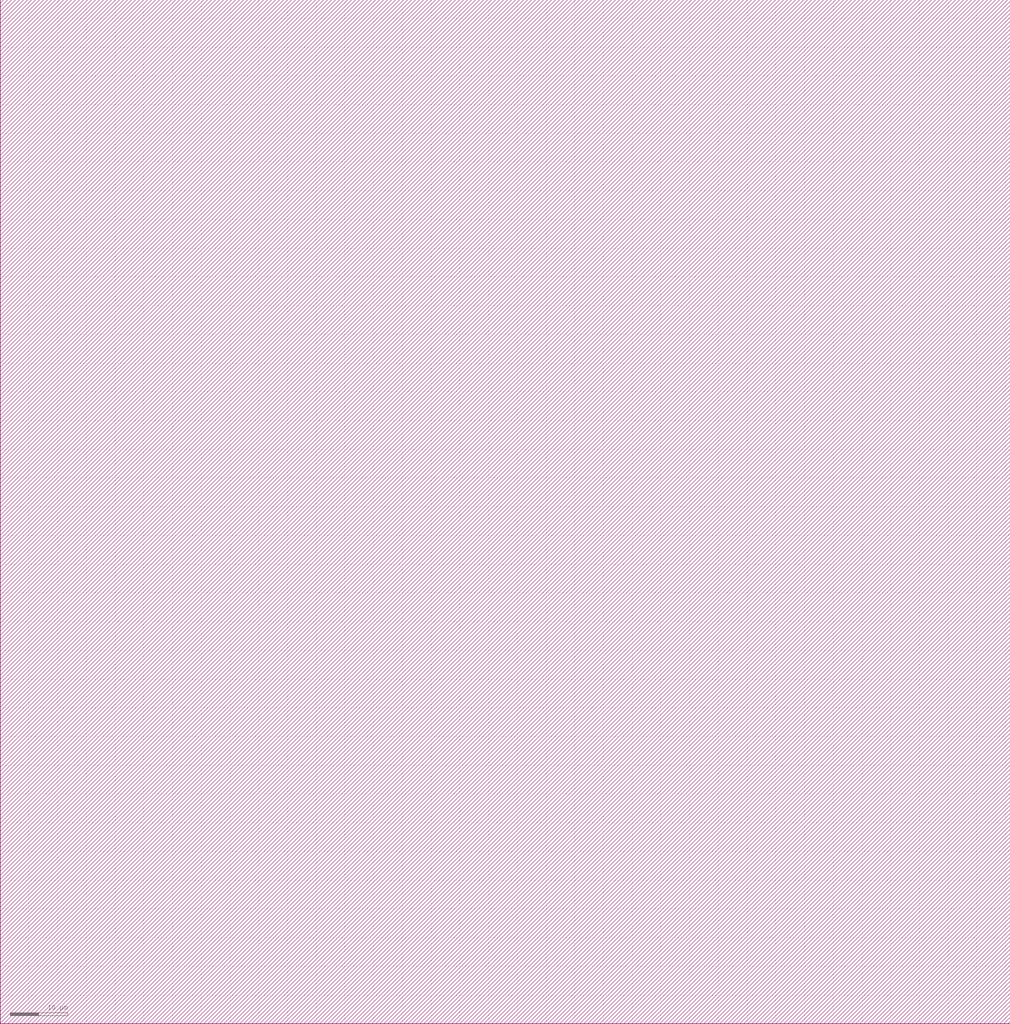
<source format=lef>
VERSION 5.6 ;

BUSBITCHARS "[]" ;

DIVIDERCHAR "/" ;

UNITS
    DATABASE MICRONS 1000 ;
END UNITS

MANUFACTURINGGRID 0.005000 ; 

CLEARANCEMEASURE EUCLIDEAN ; 

USEMINSPACING OBS ON ; 

SITE CoreSite
    CLASS CORE ;
    SIZE 0.600000 BY 0.300000 ;
END CoreSite

LAYER li1
   TYPE ROUTING ;
   DIRECTION VERTICAL ;
   MINWIDTH 0.300000 ;
   AREA 0.056250 ;
   WIDTH 0.300000 ;
   SPACINGTABLE
      PARALLELRUNLENGTH 0.0
      WIDTH 0.0 0.225000 ;
   PITCH 0.600000 0.600000 ;
END li1

LAYER mcon
    TYPE CUT ;
    SPACING 0.225000 ;
    WIDTH 0.300000 ;
    ENCLOSURE ABOVE 0.075000 0.075000 ;
    ENCLOSURE BELOW 0.000000 0.000000 ;
END mcon

LAYER met1
   TYPE ROUTING ;
   DIRECTION HORIZONTAL ;
   MINWIDTH 0.150000 ;
   AREA 0.084375 ;
   WIDTH 0.150000 ;
   SPACINGTABLE
      PARALLELRUNLENGTH 0.0
      WIDTH 0.0 0.150000 ;
   PITCH 0.300000 0.300000 ;
END met1

LAYER v1
    TYPE CUT ;
    SPACING 0.075000 ;
    WIDTH 0.300000 ;
    ENCLOSURE ABOVE 0.075000 0.075000 ;
    ENCLOSURE BELOW 0.075000 0.075000 ;
END v1

LAYER met2
   TYPE ROUTING ;
   DIRECTION VERTICAL ;
   MINWIDTH 0.150000 ;
   AREA 0.073125 ;
   WIDTH 0.150000 ;
   SPACINGTABLE
      PARALLELRUNLENGTH 0.0
      WIDTH 0.0 0.150000 ;
   PITCH 0.300000 0.300000 ;
END met2

LAYER v2
    TYPE CUT ;
    SPACING 0.150000 ;
    WIDTH 0.300000 ;
    ENCLOSURE ABOVE 0.075000 0.075000 ;
    ENCLOSURE BELOW 0.075000 0.000000 ;
END v2

LAYER met3
   TYPE ROUTING ;
   DIRECTION HORIZONTAL ;
   MINWIDTH 0.300000 ;
   AREA 0.241875 ;
   WIDTH 0.300000 ;
   SPACINGTABLE
      PARALLELRUNLENGTH 0.0
      WIDTH 0.0 0.300000 ;
   PITCH 0.600000 0.600000 ;
END met3

LAYER v3
    TYPE CUT ;
    SPACING 0.150000 ;
    WIDTH 0.450000 ;
    ENCLOSURE ABOVE 0.075000 0.075000 ;
    ENCLOSURE BELOW 0.075000 0.000000 ;
END v3

LAYER met4
   TYPE ROUTING ;
   DIRECTION VERTICAL ;
   MINWIDTH 0.300000 ;
   AREA 0.241875 ;
   WIDTH 0.300000 ;
   SPACINGTABLE
      PARALLELRUNLENGTH 0.0
      WIDTH 0.0 0.300000 ;
   PITCH 0.600000 0.600000 ;
END met4

LAYER v4
    TYPE CUT ;
    SPACING 0.450000 ;
    WIDTH 1.200000 ;
    ENCLOSURE ABOVE 0.150000 0.150000 ;
    ENCLOSURE BELOW 0.000000 0.000000 ;
END v4

LAYER met5
   TYPE ROUTING ;
   DIRECTION HORIZONTAL ;
   MINWIDTH 1.650000 ;
   AREA 4.005000 ;
   WIDTH 1.650000 ;
   SPACINGTABLE
      PARALLELRUNLENGTH 0.0
      WIDTH 0.0 1.650000 ;
   PITCH 3.300000 3.300000 ;
END met5

LAYER OVERLAP
   TYPE OVERLAP ;
END OVERLAP

VIA mcon_C DEFAULT
   LAYER li1 ;
     RECT -0.150000 -0.150000 0.150000 0.150000 ;
   LAYER mcon ;
     RECT -0.150000 -0.150000 0.150000 0.150000 ;
   LAYER met1 ;
     RECT -0.225000 -0.225000 0.225000 0.225000 ;
END mcon_C

VIA v1_C DEFAULT
   LAYER met1 ;
     RECT -0.225000 -0.225000 0.225000 0.225000 ;
   LAYER v1 ;
     RECT -0.150000 -0.150000 0.150000 0.150000 ;
   LAYER met2 ;
     RECT -0.225000 -0.225000 0.225000 0.225000 ;
END v1_C

VIA v2_C DEFAULT
   LAYER met2 ;
     RECT -0.150000 -0.225000 0.150000 0.225000 ;
   LAYER v2 ;
     RECT -0.150000 -0.150000 0.150000 0.150000 ;
   LAYER met3 ;
     RECT -0.225000 -0.225000 0.225000 0.225000 ;
END v2_C

VIA v2_Ch
   LAYER met2 ;
     RECT -0.225000 -0.150000 0.225000 0.150000 ;
   LAYER v2 ;
     RECT -0.150000 -0.150000 0.150000 0.150000 ;
   LAYER met3 ;
     RECT -0.225000 -0.225000 0.225000 0.225000 ;
END v2_Ch

VIA v2_Cv
   LAYER met2 ;
     RECT -0.150000 -0.225000 0.150000 0.225000 ;
   LAYER v2 ;
     RECT -0.150000 -0.150000 0.150000 0.150000 ;
   LAYER met3 ;
     RECT -0.225000 -0.225000 0.225000 0.225000 ;
END v2_Cv

VIA v3_C DEFAULT
   LAYER met3 ;
     RECT -0.300000 -0.225000 0.300000 0.225000 ;
   LAYER v3 ;
     RECT -0.225000 -0.225000 0.225000 0.225000 ;
   LAYER met4 ;
     RECT -0.300000 -0.300000 0.300000 0.300000 ;
END v3_C

VIA v3_Ch
   LAYER met3 ;
     RECT -0.300000 -0.225000 0.300000 0.225000 ;
   LAYER v3 ;
     RECT -0.225000 -0.225000 0.225000 0.225000 ;
   LAYER met4 ;
     RECT -0.300000 -0.300000 0.300000 0.300000 ;
END v3_Ch

VIA v3_Cv
   LAYER met3 ;
     RECT -0.300000 -0.225000 0.300000 0.225000 ;
   LAYER v3 ;
     RECT -0.225000 -0.225000 0.225000 0.225000 ;
   LAYER met4 ;
     RECT -0.300000 -0.300000 0.300000 0.300000 ;
END v3_Cv

VIA v4_C DEFAULT
   LAYER met4 ;
     RECT -0.600000 -0.600000 0.600000 0.600000 ;
   LAYER v4 ;
     RECT -0.600000 -0.600000 0.600000 0.600000 ;
   LAYER met5 ;
     RECT -0.750000 -0.750000 0.750000 0.750000 ;
END v4_C

MACRO _0_0std_0_0cells_0_0NAND2X1
    CLASS CORE ;
    FOREIGN _0_0std_0_0cells_0_0NAND2X1 0.000000 0.000000 ;
    ORIGIN 0.000000 0.000000 ;
    SIZE 3.000000 BY 3.900000 ;
    SYMMETRY X Y ;
    SITE CoreSite ;
    PIN A
        DIRECTION INPUT ;
        USE SIGNAL ;
        PORT
        LAYER li1 ;
        RECT 0.600000 3.450000 0.975000 3.600000 ;
        RECT 0.600000 3.225000 0.675000 3.450000 ;
        RECT 0.600000 2.775000 0.900000 3.225000 ;
        RECT 0.675000 3.225000 0.900000 3.450000 ;
        RECT 0.900000 3.225000 0.975000 3.450000 ;
        END
        ANTENNAGATEAREA 0.202500 ;
    END A
    PIN B
        DIRECTION INPUT ;
        USE SIGNAL ;
        PORT
        LAYER li1 ;
        RECT 1.350000 3.450000 1.725000 3.600000 ;
        RECT 1.350000 3.225000 1.425000 3.450000 ;
        RECT 1.350000 2.700000 1.650000 3.225000 ;
        RECT 1.425000 3.225000 1.650000 3.450000 ;
        RECT 1.650000 3.225000 1.725000 3.450000 ;
        END
        ANTENNAGATEAREA 0.202500 ;
    END B
    PIN Y
        DIRECTION OUTPUT ;
        USE SIGNAL ;
        PORT
        LAYER li1 ;
        RECT 1.200000 2.400000 1.425000 2.475000 ;
        RECT 1.200000 2.175000 1.425000 2.400000 ;
        RECT 1.200000 1.875000 1.425000 2.175000 ;
        RECT 1.200000 1.575000 2.025000 1.875000 ;
        RECT 1.650000 0.300000 2.025000 1.575000 ;
        END
        ANTENNADIFFAREA 0.506250 ;
    END Y
    PIN Vdd
        DIRECTION INPUT ;
        USE POWER ;
        PORT
        LAYER li1 ;
        RECT 0.450000 2.475000 0.975000 2.550000 ;
        RECT 0.450000 2.250000 0.675000 2.475000 ;
        RECT 0.450000 2.175000 0.975000 2.250000 ;
        RECT 0.675000 2.250000 0.900000 2.475000 ;
        RECT 0.900000 2.250000 0.975000 2.475000 ;
        RECT 1.650000 2.175000 1.725000 2.400000 ;
        RECT 1.725000 2.175000 1.950000 2.400000 ;
        RECT 1.950000 3.375000 2.175000 3.600000 ;
        RECT 1.950000 3.150000 2.175000 3.375000 ;
        RECT 1.950000 2.175000 2.175000 3.150000 ;
        LAYER mcon ;
        RECT 0.675000 2.250000 0.900000 2.475000 ;
        RECT 1.950000 3.150000 2.175000 3.375000 ;
        LAYER met1 ;
        RECT 0.600000 2.475000 2.250000 2.550000 ;
        RECT 0.600000 2.250000 0.675000 2.475000 ;
        RECT 0.600000 2.175000 2.250000 2.250000 ;
        RECT 0.675000 2.250000 0.900000 2.475000 ;
        RECT 0.900000 2.250000 2.250000 2.475000 ;
        RECT 1.875000 3.375000 2.250000 3.450000 ;
        RECT 1.875000 3.150000 1.950000 3.375000 ;
        RECT 1.875000 2.550000 2.250000 3.150000 ;
        RECT 1.950000 3.150000 2.175000 3.375000 ;
        RECT 2.175000 3.150000 2.250000 3.375000 ;
        END
        ANTENNADIFFAREA 0.450000 ;
    END Vdd
    PIN GND
        DIRECTION INPUT ;
        USE GROUND ;
        PORT
        LAYER li1 ;
        RECT 0.600000 1.275000 0.975000 1.350000 ;
        RECT 0.600000 1.050000 0.675000 1.275000 ;
        RECT 0.600000 0.975000 0.975000 1.050000 ;
        RECT 0.675000 1.050000 0.900000 1.275000 ;
        RECT 0.900000 1.050000 0.975000 1.275000 ;
        RECT 2.400000 1.275000 2.700000 3.000000 ;
        RECT 2.400000 1.050000 2.625000 1.275000 ;
        RECT 2.400000 0.975000 2.700000 1.050000 ;
        RECT 2.625000 1.050000 2.700000 1.275000 ;
        LAYER mcon ;
        RECT 0.675000 1.050000 0.900000 1.275000 ;
        RECT 2.400000 1.050000 2.625000 1.275000 ;
        LAYER met1 ;
        RECT 0.600000 1.275000 2.700000 1.350000 ;
        RECT 0.600000 1.050000 0.675000 1.275000 ;
        RECT 0.600000 0.975000 2.700000 1.050000 ;
        RECT 0.675000 1.050000 0.900000 1.275000 ;
        RECT 0.900000 1.050000 2.400000 1.275000 ;
        RECT 2.400000 1.050000 2.625000 1.275000 ;
        RECT 2.625000 1.050000 2.700000 1.275000 ;
        END
        ANTENNADIFFAREA 0.281250 ;
    END GND
END _0_0std_0_0cells_0_0NAND2X1

MACRO welltap_svt
    CLASS CORE WELLTAP ;
    FOREIGN welltap_svt 0.000000 0.000000 ;
    ORIGIN 0.000000 0.000000 ;
    SIZE 1.200000 BY 2.100000 ;
    SYMMETRY X Y ;
    SITE CoreSite ;
    PIN Vdd
        DIRECTION INPUT ;
        USE POWER ;
        PORT
        LAYER li1 ;
        RECT 0.600000 1.500000 0.900000 1.800000 ;
        END
    END Vdd
    PIN GND
        DIRECTION INPUT ;
        USE GROUND ;
        PORT
        LAYER li1 ;
        RECT 0.600000 0.300000 0.900000 0.600000 ;
        END
    END GND
END welltap_svt

MACRO circuitppnp
   CLASS CORE ;
   FOREIGN circuitppnp 0.000000 0.000000 ;
   ORIGIN 0.000000 0.000000 ; 
   SIZE 175.800000 BY 178.200000 ; 
   SYMMETRY X Y ;
   SITE CoreSite ;
END circuitppnp

MACRO circuitwell
   CLASS CORE ;
   FOREIGN circuitwell 0.000000 0.000000 ;
   ORIGIN 0.000000 0.000000 ; 
   SIZE 175.800000 BY 178.200000 ; 
   SYMMETRY X Y ;
   SITE CoreSite ;
END circuitwell


</source>
